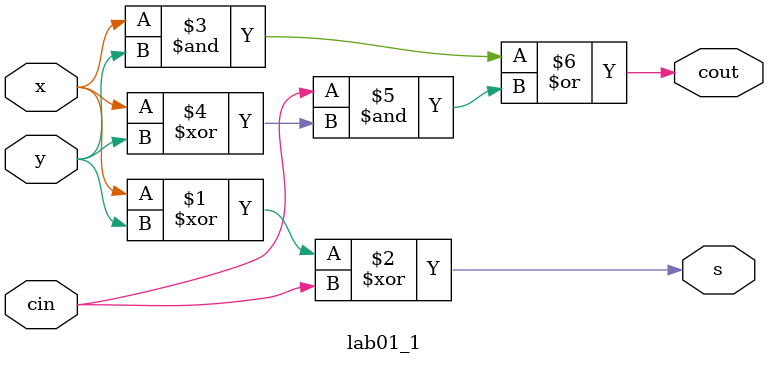
<source format=v>
`timescale 1ns / 1ps


module lab01_1(
    input x,
    input y,
    input cin,
    output s,
    output cout
    );
    assign s = x ^ y ^ cin;
    assign cout = (x&y) | cin&(x^y);
    
endmodule

</source>
